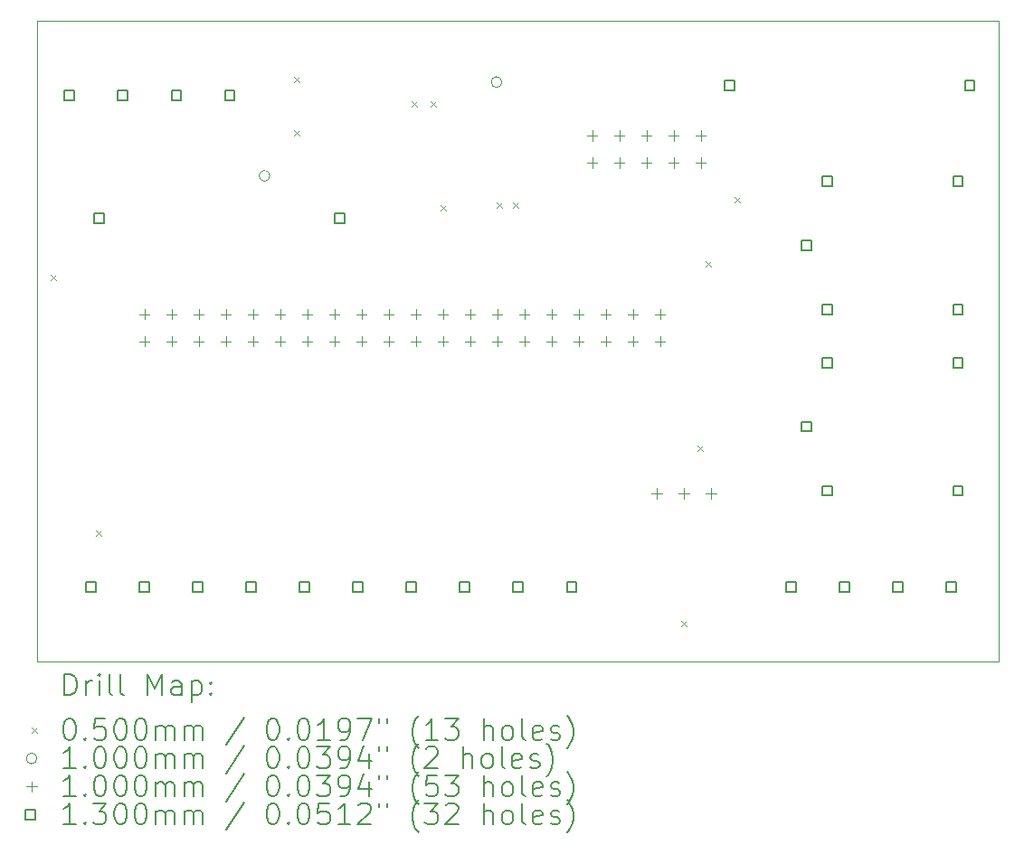
<source format=gbr>
%FSLAX45Y45*%
G04 Gerber Fmt 4.5, Leading zero omitted, Abs format (unit mm)*
G04 Created by KiCad (PCBNEW (6.0.4)) date 2023-03-28 09:37:22*
%MOMM*%
%LPD*%
G01*
G04 APERTURE LIST*
%TA.AperFunction,Profile*%
%ADD10C,0.100000*%
%TD*%
%ADD11C,0.200000*%
%ADD12C,0.050000*%
%ADD13C,0.100000*%
%ADD14C,0.130000*%
G04 APERTURE END LIST*
D10*
X9000000Y-12000000D02*
X9000000Y-6000000D01*
X18000000Y-12000000D02*
X18000000Y-6000000D01*
X18000000Y-12000000D02*
X9000000Y-12000000D01*
X18000000Y-6000000D02*
X9000000Y-6000000D01*
D11*
D12*
X9125000Y-8375000D02*
X9175000Y-8425000D01*
X9175000Y-8375000D02*
X9125000Y-8425000D01*
X9550000Y-10775000D02*
X9600000Y-10825000D01*
X9600000Y-10775000D02*
X9550000Y-10825000D01*
X11400000Y-6525000D02*
X11450000Y-6575000D01*
X11450000Y-6525000D02*
X11400000Y-6575000D01*
X11400000Y-7025000D02*
X11450000Y-7075000D01*
X11450000Y-7025000D02*
X11400000Y-7075000D01*
X12500000Y-6750000D02*
X12550000Y-6800000D01*
X12550000Y-6750000D02*
X12500000Y-6800000D01*
X12677500Y-6755000D02*
X12727500Y-6805000D01*
X12727500Y-6755000D02*
X12677500Y-6805000D01*
X12775000Y-7725000D02*
X12825000Y-7775000D01*
X12825000Y-7725000D02*
X12775000Y-7775000D01*
X13300000Y-7700000D02*
X13350000Y-7750000D01*
X13350000Y-7700000D02*
X13300000Y-7750000D01*
X13450000Y-7700000D02*
X13500000Y-7750000D01*
X13500000Y-7700000D02*
X13450000Y-7750000D01*
X15026250Y-11623750D02*
X15076250Y-11673750D01*
X15076250Y-11623750D02*
X15026250Y-11673750D01*
X15175000Y-9975000D02*
X15225000Y-10025000D01*
X15225000Y-9975000D02*
X15175000Y-10025000D01*
X15250000Y-8250000D02*
X15300000Y-8300000D01*
X15300000Y-8250000D02*
X15250000Y-8300000D01*
X15525000Y-7650000D02*
X15575000Y-7700000D01*
X15575000Y-7650000D02*
X15525000Y-7700000D01*
D13*
X11175000Y-7450000D02*
G75*
G03*
X11175000Y-7450000I-50000J0D01*
G01*
X13346250Y-6571250D02*
G75*
G03*
X13346250Y-6571250I-50000J0D01*
G01*
X10000000Y-8696000D02*
X10000000Y-8796000D01*
X9950000Y-8746000D02*
X10050000Y-8746000D01*
X10000000Y-8950000D02*
X10000000Y-9050000D01*
X9950000Y-9000000D02*
X10050000Y-9000000D01*
X10254000Y-8696000D02*
X10254000Y-8796000D01*
X10204000Y-8746000D02*
X10304000Y-8746000D01*
X10254000Y-8950000D02*
X10254000Y-9050000D01*
X10204000Y-9000000D02*
X10304000Y-9000000D01*
X10508000Y-8696000D02*
X10508000Y-8796000D01*
X10458000Y-8746000D02*
X10558000Y-8746000D01*
X10508000Y-8950000D02*
X10508000Y-9050000D01*
X10458000Y-9000000D02*
X10558000Y-9000000D01*
X10762000Y-8696000D02*
X10762000Y-8796000D01*
X10712000Y-8746000D02*
X10812000Y-8746000D01*
X10762000Y-8950000D02*
X10762000Y-9050000D01*
X10712000Y-9000000D02*
X10812000Y-9000000D01*
X11016000Y-8696000D02*
X11016000Y-8796000D01*
X10966000Y-8746000D02*
X11066000Y-8746000D01*
X11016000Y-8950000D02*
X11016000Y-9050000D01*
X10966000Y-9000000D02*
X11066000Y-9000000D01*
X11270000Y-8696000D02*
X11270000Y-8796000D01*
X11220000Y-8746000D02*
X11320000Y-8746000D01*
X11270000Y-8950000D02*
X11270000Y-9050000D01*
X11220000Y-9000000D02*
X11320000Y-9000000D01*
X11524000Y-8696000D02*
X11524000Y-8796000D01*
X11474000Y-8746000D02*
X11574000Y-8746000D01*
X11524000Y-8950000D02*
X11524000Y-9050000D01*
X11474000Y-9000000D02*
X11574000Y-9000000D01*
X11778000Y-8696000D02*
X11778000Y-8796000D01*
X11728000Y-8746000D02*
X11828000Y-8746000D01*
X11778000Y-8950000D02*
X11778000Y-9050000D01*
X11728000Y-9000000D02*
X11828000Y-9000000D01*
X12032000Y-8696000D02*
X12032000Y-8796000D01*
X11982000Y-8746000D02*
X12082000Y-8746000D01*
X12032000Y-8950000D02*
X12032000Y-9050000D01*
X11982000Y-9000000D02*
X12082000Y-9000000D01*
X12286000Y-8696000D02*
X12286000Y-8796000D01*
X12236000Y-8746000D02*
X12336000Y-8746000D01*
X12286000Y-8950000D02*
X12286000Y-9050000D01*
X12236000Y-9000000D02*
X12336000Y-9000000D01*
X12540000Y-8696000D02*
X12540000Y-8796000D01*
X12490000Y-8746000D02*
X12590000Y-8746000D01*
X12540000Y-8950000D02*
X12540000Y-9050000D01*
X12490000Y-9000000D02*
X12590000Y-9000000D01*
X12794000Y-8696000D02*
X12794000Y-8796000D01*
X12744000Y-8746000D02*
X12844000Y-8746000D01*
X12794000Y-8950000D02*
X12794000Y-9050000D01*
X12744000Y-9000000D02*
X12844000Y-9000000D01*
X13048000Y-8696000D02*
X13048000Y-8796000D01*
X12998000Y-8746000D02*
X13098000Y-8746000D01*
X13048000Y-8950000D02*
X13048000Y-9050000D01*
X12998000Y-9000000D02*
X13098000Y-9000000D01*
X13302000Y-8696000D02*
X13302000Y-8796000D01*
X13252000Y-8746000D02*
X13352000Y-8746000D01*
X13302000Y-8950000D02*
X13302000Y-9050000D01*
X13252000Y-9000000D02*
X13352000Y-9000000D01*
X13556000Y-8696000D02*
X13556000Y-8796000D01*
X13506000Y-8746000D02*
X13606000Y-8746000D01*
X13556000Y-8950000D02*
X13556000Y-9050000D01*
X13506000Y-9000000D02*
X13606000Y-9000000D01*
X13810000Y-8696000D02*
X13810000Y-8796000D01*
X13760000Y-8746000D02*
X13860000Y-8746000D01*
X13810000Y-8950000D02*
X13810000Y-9050000D01*
X13760000Y-9000000D02*
X13860000Y-9000000D01*
X14064000Y-8696000D02*
X14064000Y-8796000D01*
X14014000Y-8746000D02*
X14114000Y-8746000D01*
X14064000Y-8950000D02*
X14064000Y-9050000D01*
X14014000Y-9000000D02*
X14114000Y-9000000D01*
X14191500Y-7022500D02*
X14191500Y-7122500D01*
X14141500Y-7072500D02*
X14241500Y-7072500D01*
X14191500Y-7276500D02*
X14191500Y-7376500D01*
X14141500Y-7326500D02*
X14241500Y-7326500D01*
X14318000Y-8696000D02*
X14318000Y-8796000D01*
X14268000Y-8746000D02*
X14368000Y-8746000D01*
X14318000Y-8950000D02*
X14318000Y-9050000D01*
X14268000Y-9000000D02*
X14368000Y-9000000D01*
X14445500Y-7022500D02*
X14445500Y-7122500D01*
X14395500Y-7072500D02*
X14495500Y-7072500D01*
X14445500Y-7276500D02*
X14445500Y-7376500D01*
X14395500Y-7326500D02*
X14495500Y-7326500D01*
X14572000Y-8696000D02*
X14572000Y-8796000D01*
X14522000Y-8746000D02*
X14622000Y-8746000D01*
X14572000Y-8950000D02*
X14572000Y-9050000D01*
X14522000Y-9000000D02*
X14622000Y-9000000D01*
X14699500Y-7022500D02*
X14699500Y-7122500D01*
X14649500Y-7072500D02*
X14749500Y-7072500D01*
X14699500Y-7276500D02*
X14699500Y-7376500D01*
X14649500Y-7326500D02*
X14749500Y-7326500D01*
X14794500Y-10375000D02*
X14794500Y-10475000D01*
X14744500Y-10425000D02*
X14844500Y-10425000D01*
X14826000Y-8696000D02*
X14826000Y-8796000D01*
X14776000Y-8746000D02*
X14876000Y-8746000D01*
X14826000Y-8950000D02*
X14826000Y-9050000D01*
X14776000Y-9000000D02*
X14876000Y-9000000D01*
X14953500Y-7022500D02*
X14953500Y-7122500D01*
X14903500Y-7072500D02*
X15003500Y-7072500D01*
X14953500Y-7276500D02*
X14953500Y-7376500D01*
X14903500Y-7326500D02*
X15003500Y-7326500D01*
X15048500Y-10375000D02*
X15048500Y-10475000D01*
X14998500Y-10425000D02*
X15098500Y-10425000D01*
X15207500Y-7022500D02*
X15207500Y-7122500D01*
X15157500Y-7072500D02*
X15257500Y-7072500D01*
X15207500Y-7276500D02*
X15207500Y-7376500D01*
X15157500Y-7326500D02*
X15257500Y-7326500D01*
X15302500Y-10375000D02*
X15302500Y-10475000D01*
X15252500Y-10425000D02*
X15352500Y-10425000D01*
D14*
X9345962Y-6745962D02*
X9345962Y-6654038D01*
X9254038Y-6654038D01*
X9254038Y-6745962D01*
X9345962Y-6745962D01*
X9545962Y-11345962D02*
X9545962Y-11254038D01*
X9454038Y-11254038D01*
X9454038Y-11345962D01*
X9545962Y-11345962D01*
X9620962Y-7895962D02*
X9620962Y-7804038D01*
X9529038Y-7804038D01*
X9529038Y-7895962D01*
X9620962Y-7895962D01*
X9845962Y-6745962D02*
X9845962Y-6654038D01*
X9754038Y-6654038D01*
X9754038Y-6745962D01*
X9845962Y-6745962D01*
X10045962Y-11345962D02*
X10045962Y-11254038D01*
X9954038Y-11254038D01*
X9954038Y-11345962D01*
X10045962Y-11345962D01*
X10345962Y-6745962D02*
X10345962Y-6654038D01*
X10254038Y-6654038D01*
X10254038Y-6745962D01*
X10345962Y-6745962D01*
X10545962Y-11345962D02*
X10545962Y-11254038D01*
X10454038Y-11254038D01*
X10454038Y-11345962D01*
X10545962Y-11345962D01*
X10845962Y-6745962D02*
X10845962Y-6654038D01*
X10754038Y-6654038D01*
X10754038Y-6745962D01*
X10845962Y-6745962D01*
X11045962Y-11345962D02*
X11045962Y-11254038D01*
X10954038Y-11254038D01*
X10954038Y-11345962D01*
X11045962Y-11345962D01*
X11545962Y-11345962D02*
X11545962Y-11254038D01*
X11454038Y-11254038D01*
X11454038Y-11345962D01*
X11545962Y-11345962D01*
X11870962Y-7895962D02*
X11870962Y-7804038D01*
X11779038Y-7804038D01*
X11779038Y-7895962D01*
X11870962Y-7895962D01*
X12045962Y-11345962D02*
X12045962Y-11254038D01*
X11954038Y-11254038D01*
X11954038Y-11345962D01*
X12045962Y-11345962D01*
X12545962Y-11345962D02*
X12545962Y-11254038D01*
X12454038Y-11254038D01*
X12454038Y-11345962D01*
X12545962Y-11345962D01*
X13045962Y-11345962D02*
X13045962Y-11254038D01*
X12954038Y-11254038D01*
X12954038Y-11345962D01*
X13045962Y-11345962D01*
X13545962Y-11345962D02*
X13545962Y-11254038D01*
X13454038Y-11254038D01*
X13454038Y-11345962D01*
X13545962Y-11345962D01*
X14045962Y-11345962D02*
X14045962Y-11254038D01*
X13954038Y-11254038D01*
X13954038Y-11345962D01*
X14045962Y-11345962D01*
X15520962Y-6645962D02*
X15520962Y-6554038D01*
X15429038Y-6554038D01*
X15429038Y-6645962D01*
X15520962Y-6645962D01*
X16095962Y-11345962D02*
X16095962Y-11254038D01*
X16004038Y-11254038D01*
X16004038Y-11345962D01*
X16095962Y-11345962D01*
X16240962Y-8145962D02*
X16240962Y-8054038D01*
X16149038Y-8054038D01*
X16149038Y-8145962D01*
X16240962Y-8145962D01*
X16240962Y-9845962D02*
X16240962Y-9754038D01*
X16149038Y-9754038D01*
X16149038Y-9845962D01*
X16240962Y-9845962D01*
X16440962Y-7545962D02*
X16440962Y-7454038D01*
X16349038Y-7454038D01*
X16349038Y-7545962D01*
X16440962Y-7545962D01*
X16440962Y-8745962D02*
X16440962Y-8654038D01*
X16349038Y-8654038D01*
X16349038Y-8745962D01*
X16440962Y-8745962D01*
X16440962Y-9245962D02*
X16440962Y-9154038D01*
X16349038Y-9154038D01*
X16349038Y-9245962D01*
X16440962Y-9245962D01*
X16440962Y-10445962D02*
X16440962Y-10354038D01*
X16349038Y-10354038D01*
X16349038Y-10445962D01*
X16440962Y-10445962D01*
X16595962Y-11345962D02*
X16595962Y-11254038D01*
X16504038Y-11254038D01*
X16504038Y-11345962D01*
X16595962Y-11345962D01*
X17095962Y-11345962D02*
X17095962Y-11254038D01*
X17004038Y-11254038D01*
X17004038Y-11345962D01*
X17095962Y-11345962D01*
X17595962Y-11345962D02*
X17595962Y-11254038D01*
X17504038Y-11254038D01*
X17504038Y-11345962D01*
X17595962Y-11345962D01*
X17660962Y-7545962D02*
X17660962Y-7454038D01*
X17569038Y-7454038D01*
X17569038Y-7545962D01*
X17660962Y-7545962D01*
X17660962Y-8745962D02*
X17660962Y-8654038D01*
X17569038Y-8654038D01*
X17569038Y-8745962D01*
X17660962Y-8745962D01*
X17660962Y-9245962D02*
X17660962Y-9154038D01*
X17569038Y-9154038D01*
X17569038Y-9245962D01*
X17660962Y-9245962D01*
X17660962Y-10445962D02*
X17660962Y-10354038D01*
X17569038Y-10354038D01*
X17569038Y-10445962D01*
X17660962Y-10445962D01*
X17770962Y-6645962D02*
X17770962Y-6554038D01*
X17679038Y-6554038D01*
X17679038Y-6645962D01*
X17770962Y-6645962D01*
D11*
X9252619Y-12315476D02*
X9252619Y-12115476D01*
X9300238Y-12115476D01*
X9328810Y-12125000D01*
X9347857Y-12144048D01*
X9357381Y-12163095D01*
X9366905Y-12201190D01*
X9366905Y-12229762D01*
X9357381Y-12267857D01*
X9347857Y-12286905D01*
X9328810Y-12305952D01*
X9300238Y-12315476D01*
X9252619Y-12315476D01*
X9452619Y-12315476D02*
X9452619Y-12182143D01*
X9452619Y-12220238D02*
X9462143Y-12201190D01*
X9471667Y-12191667D01*
X9490714Y-12182143D01*
X9509762Y-12182143D01*
X9576429Y-12315476D02*
X9576429Y-12182143D01*
X9576429Y-12115476D02*
X9566905Y-12125000D01*
X9576429Y-12134524D01*
X9585952Y-12125000D01*
X9576429Y-12115476D01*
X9576429Y-12134524D01*
X9700238Y-12315476D02*
X9681190Y-12305952D01*
X9671667Y-12286905D01*
X9671667Y-12115476D01*
X9805000Y-12315476D02*
X9785952Y-12305952D01*
X9776429Y-12286905D01*
X9776429Y-12115476D01*
X10033571Y-12315476D02*
X10033571Y-12115476D01*
X10100238Y-12258333D01*
X10166905Y-12115476D01*
X10166905Y-12315476D01*
X10347857Y-12315476D02*
X10347857Y-12210714D01*
X10338333Y-12191667D01*
X10319286Y-12182143D01*
X10281190Y-12182143D01*
X10262143Y-12191667D01*
X10347857Y-12305952D02*
X10328810Y-12315476D01*
X10281190Y-12315476D01*
X10262143Y-12305952D01*
X10252619Y-12286905D01*
X10252619Y-12267857D01*
X10262143Y-12248809D01*
X10281190Y-12239286D01*
X10328810Y-12239286D01*
X10347857Y-12229762D01*
X10443095Y-12182143D02*
X10443095Y-12382143D01*
X10443095Y-12191667D02*
X10462143Y-12182143D01*
X10500238Y-12182143D01*
X10519286Y-12191667D01*
X10528810Y-12201190D01*
X10538333Y-12220238D01*
X10538333Y-12277381D01*
X10528810Y-12296428D01*
X10519286Y-12305952D01*
X10500238Y-12315476D01*
X10462143Y-12315476D01*
X10443095Y-12305952D01*
X10624048Y-12296428D02*
X10633571Y-12305952D01*
X10624048Y-12315476D01*
X10614524Y-12305952D01*
X10624048Y-12296428D01*
X10624048Y-12315476D01*
X10624048Y-12191667D02*
X10633571Y-12201190D01*
X10624048Y-12210714D01*
X10614524Y-12201190D01*
X10624048Y-12191667D01*
X10624048Y-12210714D01*
D12*
X8945000Y-12620000D02*
X8995000Y-12670000D01*
X8995000Y-12620000D02*
X8945000Y-12670000D01*
D11*
X9290714Y-12535476D02*
X9309762Y-12535476D01*
X9328810Y-12545000D01*
X9338333Y-12554524D01*
X9347857Y-12573571D01*
X9357381Y-12611667D01*
X9357381Y-12659286D01*
X9347857Y-12697381D01*
X9338333Y-12716428D01*
X9328810Y-12725952D01*
X9309762Y-12735476D01*
X9290714Y-12735476D01*
X9271667Y-12725952D01*
X9262143Y-12716428D01*
X9252619Y-12697381D01*
X9243095Y-12659286D01*
X9243095Y-12611667D01*
X9252619Y-12573571D01*
X9262143Y-12554524D01*
X9271667Y-12545000D01*
X9290714Y-12535476D01*
X9443095Y-12716428D02*
X9452619Y-12725952D01*
X9443095Y-12735476D01*
X9433571Y-12725952D01*
X9443095Y-12716428D01*
X9443095Y-12735476D01*
X9633571Y-12535476D02*
X9538333Y-12535476D01*
X9528810Y-12630714D01*
X9538333Y-12621190D01*
X9557381Y-12611667D01*
X9605000Y-12611667D01*
X9624048Y-12621190D01*
X9633571Y-12630714D01*
X9643095Y-12649762D01*
X9643095Y-12697381D01*
X9633571Y-12716428D01*
X9624048Y-12725952D01*
X9605000Y-12735476D01*
X9557381Y-12735476D01*
X9538333Y-12725952D01*
X9528810Y-12716428D01*
X9766905Y-12535476D02*
X9785952Y-12535476D01*
X9805000Y-12545000D01*
X9814524Y-12554524D01*
X9824048Y-12573571D01*
X9833571Y-12611667D01*
X9833571Y-12659286D01*
X9824048Y-12697381D01*
X9814524Y-12716428D01*
X9805000Y-12725952D01*
X9785952Y-12735476D01*
X9766905Y-12735476D01*
X9747857Y-12725952D01*
X9738333Y-12716428D01*
X9728810Y-12697381D01*
X9719286Y-12659286D01*
X9719286Y-12611667D01*
X9728810Y-12573571D01*
X9738333Y-12554524D01*
X9747857Y-12545000D01*
X9766905Y-12535476D01*
X9957381Y-12535476D02*
X9976429Y-12535476D01*
X9995476Y-12545000D01*
X10005000Y-12554524D01*
X10014524Y-12573571D01*
X10024048Y-12611667D01*
X10024048Y-12659286D01*
X10014524Y-12697381D01*
X10005000Y-12716428D01*
X9995476Y-12725952D01*
X9976429Y-12735476D01*
X9957381Y-12735476D01*
X9938333Y-12725952D01*
X9928810Y-12716428D01*
X9919286Y-12697381D01*
X9909762Y-12659286D01*
X9909762Y-12611667D01*
X9919286Y-12573571D01*
X9928810Y-12554524D01*
X9938333Y-12545000D01*
X9957381Y-12535476D01*
X10109762Y-12735476D02*
X10109762Y-12602143D01*
X10109762Y-12621190D02*
X10119286Y-12611667D01*
X10138333Y-12602143D01*
X10166905Y-12602143D01*
X10185952Y-12611667D01*
X10195476Y-12630714D01*
X10195476Y-12735476D01*
X10195476Y-12630714D02*
X10205000Y-12611667D01*
X10224048Y-12602143D01*
X10252619Y-12602143D01*
X10271667Y-12611667D01*
X10281190Y-12630714D01*
X10281190Y-12735476D01*
X10376429Y-12735476D02*
X10376429Y-12602143D01*
X10376429Y-12621190D02*
X10385952Y-12611667D01*
X10405000Y-12602143D01*
X10433571Y-12602143D01*
X10452619Y-12611667D01*
X10462143Y-12630714D01*
X10462143Y-12735476D01*
X10462143Y-12630714D02*
X10471667Y-12611667D01*
X10490714Y-12602143D01*
X10519286Y-12602143D01*
X10538333Y-12611667D01*
X10547857Y-12630714D01*
X10547857Y-12735476D01*
X10938333Y-12525952D02*
X10766905Y-12783095D01*
X11195476Y-12535476D02*
X11214524Y-12535476D01*
X11233571Y-12545000D01*
X11243095Y-12554524D01*
X11252619Y-12573571D01*
X11262143Y-12611667D01*
X11262143Y-12659286D01*
X11252619Y-12697381D01*
X11243095Y-12716428D01*
X11233571Y-12725952D01*
X11214524Y-12735476D01*
X11195476Y-12735476D01*
X11176429Y-12725952D01*
X11166905Y-12716428D01*
X11157381Y-12697381D01*
X11147857Y-12659286D01*
X11147857Y-12611667D01*
X11157381Y-12573571D01*
X11166905Y-12554524D01*
X11176429Y-12545000D01*
X11195476Y-12535476D01*
X11347857Y-12716428D02*
X11357381Y-12725952D01*
X11347857Y-12735476D01*
X11338333Y-12725952D01*
X11347857Y-12716428D01*
X11347857Y-12735476D01*
X11481190Y-12535476D02*
X11500238Y-12535476D01*
X11519286Y-12545000D01*
X11528809Y-12554524D01*
X11538333Y-12573571D01*
X11547857Y-12611667D01*
X11547857Y-12659286D01*
X11538333Y-12697381D01*
X11528809Y-12716428D01*
X11519286Y-12725952D01*
X11500238Y-12735476D01*
X11481190Y-12735476D01*
X11462143Y-12725952D01*
X11452619Y-12716428D01*
X11443095Y-12697381D01*
X11433571Y-12659286D01*
X11433571Y-12611667D01*
X11443095Y-12573571D01*
X11452619Y-12554524D01*
X11462143Y-12545000D01*
X11481190Y-12535476D01*
X11738333Y-12735476D02*
X11624048Y-12735476D01*
X11681190Y-12735476D02*
X11681190Y-12535476D01*
X11662143Y-12564048D01*
X11643095Y-12583095D01*
X11624048Y-12592619D01*
X11833571Y-12735476D02*
X11871667Y-12735476D01*
X11890714Y-12725952D01*
X11900238Y-12716428D01*
X11919286Y-12687857D01*
X11928809Y-12649762D01*
X11928809Y-12573571D01*
X11919286Y-12554524D01*
X11909762Y-12545000D01*
X11890714Y-12535476D01*
X11852619Y-12535476D01*
X11833571Y-12545000D01*
X11824048Y-12554524D01*
X11814524Y-12573571D01*
X11814524Y-12621190D01*
X11824048Y-12640238D01*
X11833571Y-12649762D01*
X11852619Y-12659286D01*
X11890714Y-12659286D01*
X11909762Y-12649762D01*
X11919286Y-12640238D01*
X11928809Y-12621190D01*
X11995476Y-12535476D02*
X12128809Y-12535476D01*
X12043095Y-12735476D01*
X12195476Y-12535476D02*
X12195476Y-12573571D01*
X12271667Y-12535476D02*
X12271667Y-12573571D01*
X12566905Y-12811667D02*
X12557381Y-12802143D01*
X12538333Y-12773571D01*
X12528809Y-12754524D01*
X12519286Y-12725952D01*
X12509762Y-12678333D01*
X12509762Y-12640238D01*
X12519286Y-12592619D01*
X12528809Y-12564048D01*
X12538333Y-12545000D01*
X12557381Y-12516428D01*
X12566905Y-12506905D01*
X12747857Y-12735476D02*
X12633571Y-12735476D01*
X12690714Y-12735476D02*
X12690714Y-12535476D01*
X12671667Y-12564048D01*
X12652619Y-12583095D01*
X12633571Y-12592619D01*
X12814524Y-12535476D02*
X12938333Y-12535476D01*
X12871667Y-12611667D01*
X12900238Y-12611667D01*
X12919286Y-12621190D01*
X12928809Y-12630714D01*
X12938333Y-12649762D01*
X12938333Y-12697381D01*
X12928809Y-12716428D01*
X12919286Y-12725952D01*
X12900238Y-12735476D01*
X12843095Y-12735476D01*
X12824048Y-12725952D01*
X12814524Y-12716428D01*
X13176428Y-12735476D02*
X13176428Y-12535476D01*
X13262143Y-12735476D02*
X13262143Y-12630714D01*
X13252619Y-12611667D01*
X13233571Y-12602143D01*
X13205000Y-12602143D01*
X13185952Y-12611667D01*
X13176428Y-12621190D01*
X13385952Y-12735476D02*
X13366905Y-12725952D01*
X13357381Y-12716428D01*
X13347857Y-12697381D01*
X13347857Y-12640238D01*
X13357381Y-12621190D01*
X13366905Y-12611667D01*
X13385952Y-12602143D01*
X13414524Y-12602143D01*
X13433571Y-12611667D01*
X13443095Y-12621190D01*
X13452619Y-12640238D01*
X13452619Y-12697381D01*
X13443095Y-12716428D01*
X13433571Y-12725952D01*
X13414524Y-12735476D01*
X13385952Y-12735476D01*
X13566905Y-12735476D02*
X13547857Y-12725952D01*
X13538333Y-12706905D01*
X13538333Y-12535476D01*
X13719286Y-12725952D02*
X13700238Y-12735476D01*
X13662143Y-12735476D01*
X13643095Y-12725952D01*
X13633571Y-12706905D01*
X13633571Y-12630714D01*
X13643095Y-12611667D01*
X13662143Y-12602143D01*
X13700238Y-12602143D01*
X13719286Y-12611667D01*
X13728809Y-12630714D01*
X13728809Y-12649762D01*
X13633571Y-12668809D01*
X13805000Y-12725952D02*
X13824048Y-12735476D01*
X13862143Y-12735476D01*
X13881190Y-12725952D01*
X13890714Y-12706905D01*
X13890714Y-12697381D01*
X13881190Y-12678333D01*
X13862143Y-12668809D01*
X13833571Y-12668809D01*
X13814524Y-12659286D01*
X13805000Y-12640238D01*
X13805000Y-12630714D01*
X13814524Y-12611667D01*
X13833571Y-12602143D01*
X13862143Y-12602143D01*
X13881190Y-12611667D01*
X13957381Y-12811667D02*
X13966905Y-12802143D01*
X13985952Y-12773571D01*
X13995476Y-12754524D01*
X14005000Y-12725952D01*
X14014524Y-12678333D01*
X14014524Y-12640238D01*
X14005000Y-12592619D01*
X13995476Y-12564048D01*
X13985952Y-12545000D01*
X13966905Y-12516428D01*
X13957381Y-12506905D01*
D13*
X8995000Y-12909000D02*
G75*
G03*
X8995000Y-12909000I-50000J0D01*
G01*
D11*
X9357381Y-12999476D02*
X9243095Y-12999476D01*
X9300238Y-12999476D02*
X9300238Y-12799476D01*
X9281190Y-12828048D01*
X9262143Y-12847095D01*
X9243095Y-12856619D01*
X9443095Y-12980428D02*
X9452619Y-12989952D01*
X9443095Y-12999476D01*
X9433571Y-12989952D01*
X9443095Y-12980428D01*
X9443095Y-12999476D01*
X9576429Y-12799476D02*
X9595476Y-12799476D01*
X9614524Y-12809000D01*
X9624048Y-12818524D01*
X9633571Y-12837571D01*
X9643095Y-12875667D01*
X9643095Y-12923286D01*
X9633571Y-12961381D01*
X9624048Y-12980428D01*
X9614524Y-12989952D01*
X9595476Y-12999476D01*
X9576429Y-12999476D01*
X9557381Y-12989952D01*
X9547857Y-12980428D01*
X9538333Y-12961381D01*
X9528810Y-12923286D01*
X9528810Y-12875667D01*
X9538333Y-12837571D01*
X9547857Y-12818524D01*
X9557381Y-12809000D01*
X9576429Y-12799476D01*
X9766905Y-12799476D02*
X9785952Y-12799476D01*
X9805000Y-12809000D01*
X9814524Y-12818524D01*
X9824048Y-12837571D01*
X9833571Y-12875667D01*
X9833571Y-12923286D01*
X9824048Y-12961381D01*
X9814524Y-12980428D01*
X9805000Y-12989952D01*
X9785952Y-12999476D01*
X9766905Y-12999476D01*
X9747857Y-12989952D01*
X9738333Y-12980428D01*
X9728810Y-12961381D01*
X9719286Y-12923286D01*
X9719286Y-12875667D01*
X9728810Y-12837571D01*
X9738333Y-12818524D01*
X9747857Y-12809000D01*
X9766905Y-12799476D01*
X9957381Y-12799476D02*
X9976429Y-12799476D01*
X9995476Y-12809000D01*
X10005000Y-12818524D01*
X10014524Y-12837571D01*
X10024048Y-12875667D01*
X10024048Y-12923286D01*
X10014524Y-12961381D01*
X10005000Y-12980428D01*
X9995476Y-12989952D01*
X9976429Y-12999476D01*
X9957381Y-12999476D01*
X9938333Y-12989952D01*
X9928810Y-12980428D01*
X9919286Y-12961381D01*
X9909762Y-12923286D01*
X9909762Y-12875667D01*
X9919286Y-12837571D01*
X9928810Y-12818524D01*
X9938333Y-12809000D01*
X9957381Y-12799476D01*
X10109762Y-12999476D02*
X10109762Y-12866143D01*
X10109762Y-12885190D02*
X10119286Y-12875667D01*
X10138333Y-12866143D01*
X10166905Y-12866143D01*
X10185952Y-12875667D01*
X10195476Y-12894714D01*
X10195476Y-12999476D01*
X10195476Y-12894714D02*
X10205000Y-12875667D01*
X10224048Y-12866143D01*
X10252619Y-12866143D01*
X10271667Y-12875667D01*
X10281190Y-12894714D01*
X10281190Y-12999476D01*
X10376429Y-12999476D02*
X10376429Y-12866143D01*
X10376429Y-12885190D02*
X10385952Y-12875667D01*
X10405000Y-12866143D01*
X10433571Y-12866143D01*
X10452619Y-12875667D01*
X10462143Y-12894714D01*
X10462143Y-12999476D01*
X10462143Y-12894714D02*
X10471667Y-12875667D01*
X10490714Y-12866143D01*
X10519286Y-12866143D01*
X10538333Y-12875667D01*
X10547857Y-12894714D01*
X10547857Y-12999476D01*
X10938333Y-12789952D02*
X10766905Y-13047095D01*
X11195476Y-12799476D02*
X11214524Y-12799476D01*
X11233571Y-12809000D01*
X11243095Y-12818524D01*
X11252619Y-12837571D01*
X11262143Y-12875667D01*
X11262143Y-12923286D01*
X11252619Y-12961381D01*
X11243095Y-12980428D01*
X11233571Y-12989952D01*
X11214524Y-12999476D01*
X11195476Y-12999476D01*
X11176429Y-12989952D01*
X11166905Y-12980428D01*
X11157381Y-12961381D01*
X11147857Y-12923286D01*
X11147857Y-12875667D01*
X11157381Y-12837571D01*
X11166905Y-12818524D01*
X11176429Y-12809000D01*
X11195476Y-12799476D01*
X11347857Y-12980428D02*
X11357381Y-12989952D01*
X11347857Y-12999476D01*
X11338333Y-12989952D01*
X11347857Y-12980428D01*
X11347857Y-12999476D01*
X11481190Y-12799476D02*
X11500238Y-12799476D01*
X11519286Y-12809000D01*
X11528809Y-12818524D01*
X11538333Y-12837571D01*
X11547857Y-12875667D01*
X11547857Y-12923286D01*
X11538333Y-12961381D01*
X11528809Y-12980428D01*
X11519286Y-12989952D01*
X11500238Y-12999476D01*
X11481190Y-12999476D01*
X11462143Y-12989952D01*
X11452619Y-12980428D01*
X11443095Y-12961381D01*
X11433571Y-12923286D01*
X11433571Y-12875667D01*
X11443095Y-12837571D01*
X11452619Y-12818524D01*
X11462143Y-12809000D01*
X11481190Y-12799476D01*
X11614524Y-12799476D02*
X11738333Y-12799476D01*
X11671667Y-12875667D01*
X11700238Y-12875667D01*
X11719286Y-12885190D01*
X11728809Y-12894714D01*
X11738333Y-12913762D01*
X11738333Y-12961381D01*
X11728809Y-12980428D01*
X11719286Y-12989952D01*
X11700238Y-12999476D01*
X11643095Y-12999476D01*
X11624048Y-12989952D01*
X11614524Y-12980428D01*
X11833571Y-12999476D02*
X11871667Y-12999476D01*
X11890714Y-12989952D01*
X11900238Y-12980428D01*
X11919286Y-12951857D01*
X11928809Y-12913762D01*
X11928809Y-12837571D01*
X11919286Y-12818524D01*
X11909762Y-12809000D01*
X11890714Y-12799476D01*
X11852619Y-12799476D01*
X11833571Y-12809000D01*
X11824048Y-12818524D01*
X11814524Y-12837571D01*
X11814524Y-12885190D01*
X11824048Y-12904238D01*
X11833571Y-12913762D01*
X11852619Y-12923286D01*
X11890714Y-12923286D01*
X11909762Y-12913762D01*
X11919286Y-12904238D01*
X11928809Y-12885190D01*
X12100238Y-12866143D02*
X12100238Y-12999476D01*
X12052619Y-12789952D02*
X12005000Y-12932809D01*
X12128809Y-12932809D01*
X12195476Y-12799476D02*
X12195476Y-12837571D01*
X12271667Y-12799476D02*
X12271667Y-12837571D01*
X12566905Y-13075667D02*
X12557381Y-13066143D01*
X12538333Y-13037571D01*
X12528809Y-13018524D01*
X12519286Y-12989952D01*
X12509762Y-12942333D01*
X12509762Y-12904238D01*
X12519286Y-12856619D01*
X12528809Y-12828048D01*
X12538333Y-12809000D01*
X12557381Y-12780428D01*
X12566905Y-12770905D01*
X12633571Y-12818524D02*
X12643095Y-12809000D01*
X12662143Y-12799476D01*
X12709762Y-12799476D01*
X12728809Y-12809000D01*
X12738333Y-12818524D01*
X12747857Y-12837571D01*
X12747857Y-12856619D01*
X12738333Y-12885190D01*
X12624048Y-12999476D01*
X12747857Y-12999476D01*
X12985952Y-12999476D02*
X12985952Y-12799476D01*
X13071667Y-12999476D02*
X13071667Y-12894714D01*
X13062143Y-12875667D01*
X13043095Y-12866143D01*
X13014524Y-12866143D01*
X12995476Y-12875667D01*
X12985952Y-12885190D01*
X13195476Y-12999476D02*
X13176428Y-12989952D01*
X13166905Y-12980428D01*
X13157381Y-12961381D01*
X13157381Y-12904238D01*
X13166905Y-12885190D01*
X13176428Y-12875667D01*
X13195476Y-12866143D01*
X13224048Y-12866143D01*
X13243095Y-12875667D01*
X13252619Y-12885190D01*
X13262143Y-12904238D01*
X13262143Y-12961381D01*
X13252619Y-12980428D01*
X13243095Y-12989952D01*
X13224048Y-12999476D01*
X13195476Y-12999476D01*
X13376428Y-12999476D02*
X13357381Y-12989952D01*
X13347857Y-12970905D01*
X13347857Y-12799476D01*
X13528809Y-12989952D02*
X13509762Y-12999476D01*
X13471667Y-12999476D01*
X13452619Y-12989952D01*
X13443095Y-12970905D01*
X13443095Y-12894714D01*
X13452619Y-12875667D01*
X13471667Y-12866143D01*
X13509762Y-12866143D01*
X13528809Y-12875667D01*
X13538333Y-12894714D01*
X13538333Y-12913762D01*
X13443095Y-12932809D01*
X13614524Y-12989952D02*
X13633571Y-12999476D01*
X13671667Y-12999476D01*
X13690714Y-12989952D01*
X13700238Y-12970905D01*
X13700238Y-12961381D01*
X13690714Y-12942333D01*
X13671667Y-12932809D01*
X13643095Y-12932809D01*
X13624048Y-12923286D01*
X13614524Y-12904238D01*
X13614524Y-12894714D01*
X13624048Y-12875667D01*
X13643095Y-12866143D01*
X13671667Y-12866143D01*
X13690714Y-12875667D01*
X13766905Y-13075667D02*
X13776428Y-13066143D01*
X13795476Y-13037571D01*
X13805000Y-13018524D01*
X13814524Y-12989952D01*
X13824048Y-12942333D01*
X13824048Y-12904238D01*
X13814524Y-12856619D01*
X13805000Y-12828048D01*
X13795476Y-12809000D01*
X13776428Y-12780428D01*
X13766905Y-12770905D01*
D13*
X8945000Y-13123000D02*
X8945000Y-13223000D01*
X8895000Y-13173000D02*
X8995000Y-13173000D01*
D11*
X9357381Y-13263476D02*
X9243095Y-13263476D01*
X9300238Y-13263476D02*
X9300238Y-13063476D01*
X9281190Y-13092048D01*
X9262143Y-13111095D01*
X9243095Y-13120619D01*
X9443095Y-13244428D02*
X9452619Y-13253952D01*
X9443095Y-13263476D01*
X9433571Y-13253952D01*
X9443095Y-13244428D01*
X9443095Y-13263476D01*
X9576429Y-13063476D02*
X9595476Y-13063476D01*
X9614524Y-13073000D01*
X9624048Y-13082524D01*
X9633571Y-13101571D01*
X9643095Y-13139667D01*
X9643095Y-13187286D01*
X9633571Y-13225381D01*
X9624048Y-13244428D01*
X9614524Y-13253952D01*
X9595476Y-13263476D01*
X9576429Y-13263476D01*
X9557381Y-13253952D01*
X9547857Y-13244428D01*
X9538333Y-13225381D01*
X9528810Y-13187286D01*
X9528810Y-13139667D01*
X9538333Y-13101571D01*
X9547857Y-13082524D01*
X9557381Y-13073000D01*
X9576429Y-13063476D01*
X9766905Y-13063476D02*
X9785952Y-13063476D01*
X9805000Y-13073000D01*
X9814524Y-13082524D01*
X9824048Y-13101571D01*
X9833571Y-13139667D01*
X9833571Y-13187286D01*
X9824048Y-13225381D01*
X9814524Y-13244428D01*
X9805000Y-13253952D01*
X9785952Y-13263476D01*
X9766905Y-13263476D01*
X9747857Y-13253952D01*
X9738333Y-13244428D01*
X9728810Y-13225381D01*
X9719286Y-13187286D01*
X9719286Y-13139667D01*
X9728810Y-13101571D01*
X9738333Y-13082524D01*
X9747857Y-13073000D01*
X9766905Y-13063476D01*
X9957381Y-13063476D02*
X9976429Y-13063476D01*
X9995476Y-13073000D01*
X10005000Y-13082524D01*
X10014524Y-13101571D01*
X10024048Y-13139667D01*
X10024048Y-13187286D01*
X10014524Y-13225381D01*
X10005000Y-13244428D01*
X9995476Y-13253952D01*
X9976429Y-13263476D01*
X9957381Y-13263476D01*
X9938333Y-13253952D01*
X9928810Y-13244428D01*
X9919286Y-13225381D01*
X9909762Y-13187286D01*
X9909762Y-13139667D01*
X9919286Y-13101571D01*
X9928810Y-13082524D01*
X9938333Y-13073000D01*
X9957381Y-13063476D01*
X10109762Y-13263476D02*
X10109762Y-13130143D01*
X10109762Y-13149190D02*
X10119286Y-13139667D01*
X10138333Y-13130143D01*
X10166905Y-13130143D01*
X10185952Y-13139667D01*
X10195476Y-13158714D01*
X10195476Y-13263476D01*
X10195476Y-13158714D02*
X10205000Y-13139667D01*
X10224048Y-13130143D01*
X10252619Y-13130143D01*
X10271667Y-13139667D01*
X10281190Y-13158714D01*
X10281190Y-13263476D01*
X10376429Y-13263476D02*
X10376429Y-13130143D01*
X10376429Y-13149190D02*
X10385952Y-13139667D01*
X10405000Y-13130143D01*
X10433571Y-13130143D01*
X10452619Y-13139667D01*
X10462143Y-13158714D01*
X10462143Y-13263476D01*
X10462143Y-13158714D02*
X10471667Y-13139667D01*
X10490714Y-13130143D01*
X10519286Y-13130143D01*
X10538333Y-13139667D01*
X10547857Y-13158714D01*
X10547857Y-13263476D01*
X10938333Y-13053952D02*
X10766905Y-13311095D01*
X11195476Y-13063476D02*
X11214524Y-13063476D01*
X11233571Y-13073000D01*
X11243095Y-13082524D01*
X11252619Y-13101571D01*
X11262143Y-13139667D01*
X11262143Y-13187286D01*
X11252619Y-13225381D01*
X11243095Y-13244428D01*
X11233571Y-13253952D01*
X11214524Y-13263476D01*
X11195476Y-13263476D01*
X11176429Y-13253952D01*
X11166905Y-13244428D01*
X11157381Y-13225381D01*
X11147857Y-13187286D01*
X11147857Y-13139667D01*
X11157381Y-13101571D01*
X11166905Y-13082524D01*
X11176429Y-13073000D01*
X11195476Y-13063476D01*
X11347857Y-13244428D02*
X11357381Y-13253952D01*
X11347857Y-13263476D01*
X11338333Y-13253952D01*
X11347857Y-13244428D01*
X11347857Y-13263476D01*
X11481190Y-13063476D02*
X11500238Y-13063476D01*
X11519286Y-13073000D01*
X11528809Y-13082524D01*
X11538333Y-13101571D01*
X11547857Y-13139667D01*
X11547857Y-13187286D01*
X11538333Y-13225381D01*
X11528809Y-13244428D01*
X11519286Y-13253952D01*
X11500238Y-13263476D01*
X11481190Y-13263476D01*
X11462143Y-13253952D01*
X11452619Y-13244428D01*
X11443095Y-13225381D01*
X11433571Y-13187286D01*
X11433571Y-13139667D01*
X11443095Y-13101571D01*
X11452619Y-13082524D01*
X11462143Y-13073000D01*
X11481190Y-13063476D01*
X11614524Y-13063476D02*
X11738333Y-13063476D01*
X11671667Y-13139667D01*
X11700238Y-13139667D01*
X11719286Y-13149190D01*
X11728809Y-13158714D01*
X11738333Y-13177762D01*
X11738333Y-13225381D01*
X11728809Y-13244428D01*
X11719286Y-13253952D01*
X11700238Y-13263476D01*
X11643095Y-13263476D01*
X11624048Y-13253952D01*
X11614524Y-13244428D01*
X11833571Y-13263476D02*
X11871667Y-13263476D01*
X11890714Y-13253952D01*
X11900238Y-13244428D01*
X11919286Y-13215857D01*
X11928809Y-13177762D01*
X11928809Y-13101571D01*
X11919286Y-13082524D01*
X11909762Y-13073000D01*
X11890714Y-13063476D01*
X11852619Y-13063476D01*
X11833571Y-13073000D01*
X11824048Y-13082524D01*
X11814524Y-13101571D01*
X11814524Y-13149190D01*
X11824048Y-13168238D01*
X11833571Y-13177762D01*
X11852619Y-13187286D01*
X11890714Y-13187286D01*
X11909762Y-13177762D01*
X11919286Y-13168238D01*
X11928809Y-13149190D01*
X12100238Y-13130143D02*
X12100238Y-13263476D01*
X12052619Y-13053952D02*
X12005000Y-13196809D01*
X12128809Y-13196809D01*
X12195476Y-13063476D02*
X12195476Y-13101571D01*
X12271667Y-13063476D02*
X12271667Y-13101571D01*
X12566905Y-13339667D02*
X12557381Y-13330143D01*
X12538333Y-13301571D01*
X12528809Y-13282524D01*
X12519286Y-13253952D01*
X12509762Y-13206333D01*
X12509762Y-13168238D01*
X12519286Y-13120619D01*
X12528809Y-13092048D01*
X12538333Y-13073000D01*
X12557381Y-13044428D01*
X12566905Y-13034905D01*
X12738333Y-13063476D02*
X12643095Y-13063476D01*
X12633571Y-13158714D01*
X12643095Y-13149190D01*
X12662143Y-13139667D01*
X12709762Y-13139667D01*
X12728809Y-13149190D01*
X12738333Y-13158714D01*
X12747857Y-13177762D01*
X12747857Y-13225381D01*
X12738333Y-13244428D01*
X12728809Y-13253952D01*
X12709762Y-13263476D01*
X12662143Y-13263476D01*
X12643095Y-13253952D01*
X12633571Y-13244428D01*
X12814524Y-13063476D02*
X12938333Y-13063476D01*
X12871667Y-13139667D01*
X12900238Y-13139667D01*
X12919286Y-13149190D01*
X12928809Y-13158714D01*
X12938333Y-13177762D01*
X12938333Y-13225381D01*
X12928809Y-13244428D01*
X12919286Y-13253952D01*
X12900238Y-13263476D01*
X12843095Y-13263476D01*
X12824048Y-13253952D01*
X12814524Y-13244428D01*
X13176428Y-13263476D02*
X13176428Y-13063476D01*
X13262143Y-13263476D02*
X13262143Y-13158714D01*
X13252619Y-13139667D01*
X13233571Y-13130143D01*
X13205000Y-13130143D01*
X13185952Y-13139667D01*
X13176428Y-13149190D01*
X13385952Y-13263476D02*
X13366905Y-13253952D01*
X13357381Y-13244428D01*
X13347857Y-13225381D01*
X13347857Y-13168238D01*
X13357381Y-13149190D01*
X13366905Y-13139667D01*
X13385952Y-13130143D01*
X13414524Y-13130143D01*
X13433571Y-13139667D01*
X13443095Y-13149190D01*
X13452619Y-13168238D01*
X13452619Y-13225381D01*
X13443095Y-13244428D01*
X13433571Y-13253952D01*
X13414524Y-13263476D01*
X13385952Y-13263476D01*
X13566905Y-13263476D02*
X13547857Y-13253952D01*
X13538333Y-13234905D01*
X13538333Y-13063476D01*
X13719286Y-13253952D02*
X13700238Y-13263476D01*
X13662143Y-13263476D01*
X13643095Y-13253952D01*
X13633571Y-13234905D01*
X13633571Y-13158714D01*
X13643095Y-13139667D01*
X13662143Y-13130143D01*
X13700238Y-13130143D01*
X13719286Y-13139667D01*
X13728809Y-13158714D01*
X13728809Y-13177762D01*
X13633571Y-13196809D01*
X13805000Y-13253952D02*
X13824048Y-13263476D01*
X13862143Y-13263476D01*
X13881190Y-13253952D01*
X13890714Y-13234905D01*
X13890714Y-13225381D01*
X13881190Y-13206333D01*
X13862143Y-13196809D01*
X13833571Y-13196809D01*
X13814524Y-13187286D01*
X13805000Y-13168238D01*
X13805000Y-13158714D01*
X13814524Y-13139667D01*
X13833571Y-13130143D01*
X13862143Y-13130143D01*
X13881190Y-13139667D01*
X13957381Y-13339667D02*
X13966905Y-13330143D01*
X13985952Y-13301571D01*
X13995476Y-13282524D01*
X14005000Y-13253952D01*
X14014524Y-13206333D01*
X14014524Y-13168238D01*
X14005000Y-13120619D01*
X13995476Y-13092048D01*
X13985952Y-13073000D01*
X13966905Y-13044428D01*
X13957381Y-13034905D01*
D14*
X8975962Y-13482962D02*
X8975962Y-13391038D01*
X8884038Y-13391038D01*
X8884038Y-13482962D01*
X8975962Y-13482962D01*
D11*
X9357381Y-13527476D02*
X9243095Y-13527476D01*
X9300238Y-13527476D02*
X9300238Y-13327476D01*
X9281190Y-13356048D01*
X9262143Y-13375095D01*
X9243095Y-13384619D01*
X9443095Y-13508428D02*
X9452619Y-13517952D01*
X9443095Y-13527476D01*
X9433571Y-13517952D01*
X9443095Y-13508428D01*
X9443095Y-13527476D01*
X9519286Y-13327476D02*
X9643095Y-13327476D01*
X9576429Y-13403667D01*
X9605000Y-13403667D01*
X9624048Y-13413190D01*
X9633571Y-13422714D01*
X9643095Y-13441762D01*
X9643095Y-13489381D01*
X9633571Y-13508428D01*
X9624048Y-13517952D01*
X9605000Y-13527476D01*
X9547857Y-13527476D01*
X9528810Y-13517952D01*
X9519286Y-13508428D01*
X9766905Y-13327476D02*
X9785952Y-13327476D01*
X9805000Y-13337000D01*
X9814524Y-13346524D01*
X9824048Y-13365571D01*
X9833571Y-13403667D01*
X9833571Y-13451286D01*
X9824048Y-13489381D01*
X9814524Y-13508428D01*
X9805000Y-13517952D01*
X9785952Y-13527476D01*
X9766905Y-13527476D01*
X9747857Y-13517952D01*
X9738333Y-13508428D01*
X9728810Y-13489381D01*
X9719286Y-13451286D01*
X9719286Y-13403667D01*
X9728810Y-13365571D01*
X9738333Y-13346524D01*
X9747857Y-13337000D01*
X9766905Y-13327476D01*
X9957381Y-13327476D02*
X9976429Y-13327476D01*
X9995476Y-13337000D01*
X10005000Y-13346524D01*
X10014524Y-13365571D01*
X10024048Y-13403667D01*
X10024048Y-13451286D01*
X10014524Y-13489381D01*
X10005000Y-13508428D01*
X9995476Y-13517952D01*
X9976429Y-13527476D01*
X9957381Y-13527476D01*
X9938333Y-13517952D01*
X9928810Y-13508428D01*
X9919286Y-13489381D01*
X9909762Y-13451286D01*
X9909762Y-13403667D01*
X9919286Y-13365571D01*
X9928810Y-13346524D01*
X9938333Y-13337000D01*
X9957381Y-13327476D01*
X10109762Y-13527476D02*
X10109762Y-13394143D01*
X10109762Y-13413190D02*
X10119286Y-13403667D01*
X10138333Y-13394143D01*
X10166905Y-13394143D01*
X10185952Y-13403667D01*
X10195476Y-13422714D01*
X10195476Y-13527476D01*
X10195476Y-13422714D02*
X10205000Y-13403667D01*
X10224048Y-13394143D01*
X10252619Y-13394143D01*
X10271667Y-13403667D01*
X10281190Y-13422714D01*
X10281190Y-13527476D01*
X10376429Y-13527476D02*
X10376429Y-13394143D01*
X10376429Y-13413190D02*
X10385952Y-13403667D01*
X10405000Y-13394143D01*
X10433571Y-13394143D01*
X10452619Y-13403667D01*
X10462143Y-13422714D01*
X10462143Y-13527476D01*
X10462143Y-13422714D02*
X10471667Y-13403667D01*
X10490714Y-13394143D01*
X10519286Y-13394143D01*
X10538333Y-13403667D01*
X10547857Y-13422714D01*
X10547857Y-13527476D01*
X10938333Y-13317952D02*
X10766905Y-13575095D01*
X11195476Y-13327476D02*
X11214524Y-13327476D01*
X11233571Y-13337000D01*
X11243095Y-13346524D01*
X11252619Y-13365571D01*
X11262143Y-13403667D01*
X11262143Y-13451286D01*
X11252619Y-13489381D01*
X11243095Y-13508428D01*
X11233571Y-13517952D01*
X11214524Y-13527476D01*
X11195476Y-13527476D01*
X11176429Y-13517952D01*
X11166905Y-13508428D01*
X11157381Y-13489381D01*
X11147857Y-13451286D01*
X11147857Y-13403667D01*
X11157381Y-13365571D01*
X11166905Y-13346524D01*
X11176429Y-13337000D01*
X11195476Y-13327476D01*
X11347857Y-13508428D02*
X11357381Y-13517952D01*
X11347857Y-13527476D01*
X11338333Y-13517952D01*
X11347857Y-13508428D01*
X11347857Y-13527476D01*
X11481190Y-13327476D02*
X11500238Y-13327476D01*
X11519286Y-13337000D01*
X11528809Y-13346524D01*
X11538333Y-13365571D01*
X11547857Y-13403667D01*
X11547857Y-13451286D01*
X11538333Y-13489381D01*
X11528809Y-13508428D01*
X11519286Y-13517952D01*
X11500238Y-13527476D01*
X11481190Y-13527476D01*
X11462143Y-13517952D01*
X11452619Y-13508428D01*
X11443095Y-13489381D01*
X11433571Y-13451286D01*
X11433571Y-13403667D01*
X11443095Y-13365571D01*
X11452619Y-13346524D01*
X11462143Y-13337000D01*
X11481190Y-13327476D01*
X11728809Y-13327476D02*
X11633571Y-13327476D01*
X11624048Y-13422714D01*
X11633571Y-13413190D01*
X11652619Y-13403667D01*
X11700238Y-13403667D01*
X11719286Y-13413190D01*
X11728809Y-13422714D01*
X11738333Y-13441762D01*
X11738333Y-13489381D01*
X11728809Y-13508428D01*
X11719286Y-13517952D01*
X11700238Y-13527476D01*
X11652619Y-13527476D01*
X11633571Y-13517952D01*
X11624048Y-13508428D01*
X11928809Y-13527476D02*
X11814524Y-13527476D01*
X11871667Y-13527476D02*
X11871667Y-13327476D01*
X11852619Y-13356048D01*
X11833571Y-13375095D01*
X11814524Y-13384619D01*
X12005000Y-13346524D02*
X12014524Y-13337000D01*
X12033571Y-13327476D01*
X12081190Y-13327476D01*
X12100238Y-13337000D01*
X12109762Y-13346524D01*
X12119286Y-13365571D01*
X12119286Y-13384619D01*
X12109762Y-13413190D01*
X11995476Y-13527476D01*
X12119286Y-13527476D01*
X12195476Y-13327476D02*
X12195476Y-13365571D01*
X12271667Y-13327476D02*
X12271667Y-13365571D01*
X12566905Y-13603667D02*
X12557381Y-13594143D01*
X12538333Y-13565571D01*
X12528809Y-13546524D01*
X12519286Y-13517952D01*
X12509762Y-13470333D01*
X12509762Y-13432238D01*
X12519286Y-13384619D01*
X12528809Y-13356048D01*
X12538333Y-13337000D01*
X12557381Y-13308428D01*
X12566905Y-13298905D01*
X12624048Y-13327476D02*
X12747857Y-13327476D01*
X12681190Y-13403667D01*
X12709762Y-13403667D01*
X12728809Y-13413190D01*
X12738333Y-13422714D01*
X12747857Y-13441762D01*
X12747857Y-13489381D01*
X12738333Y-13508428D01*
X12728809Y-13517952D01*
X12709762Y-13527476D01*
X12652619Y-13527476D01*
X12633571Y-13517952D01*
X12624048Y-13508428D01*
X12824048Y-13346524D02*
X12833571Y-13337000D01*
X12852619Y-13327476D01*
X12900238Y-13327476D01*
X12919286Y-13337000D01*
X12928809Y-13346524D01*
X12938333Y-13365571D01*
X12938333Y-13384619D01*
X12928809Y-13413190D01*
X12814524Y-13527476D01*
X12938333Y-13527476D01*
X13176428Y-13527476D02*
X13176428Y-13327476D01*
X13262143Y-13527476D02*
X13262143Y-13422714D01*
X13252619Y-13403667D01*
X13233571Y-13394143D01*
X13205000Y-13394143D01*
X13185952Y-13403667D01*
X13176428Y-13413190D01*
X13385952Y-13527476D02*
X13366905Y-13517952D01*
X13357381Y-13508428D01*
X13347857Y-13489381D01*
X13347857Y-13432238D01*
X13357381Y-13413190D01*
X13366905Y-13403667D01*
X13385952Y-13394143D01*
X13414524Y-13394143D01*
X13433571Y-13403667D01*
X13443095Y-13413190D01*
X13452619Y-13432238D01*
X13452619Y-13489381D01*
X13443095Y-13508428D01*
X13433571Y-13517952D01*
X13414524Y-13527476D01*
X13385952Y-13527476D01*
X13566905Y-13527476D02*
X13547857Y-13517952D01*
X13538333Y-13498905D01*
X13538333Y-13327476D01*
X13719286Y-13517952D02*
X13700238Y-13527476D01*
X13662143Y-13527476D01*
X13643095Y-13517952D01*
X13633571Y-13498905D01*
X13633571Y-13422714D01*
X13643095Y-13403667D01*
X13662143Y-13394143D01*
X13700238Y-13394143D01*
X13719286Y-13403667D01*
X13728809Y-13422714D01*
X13728809Y-13441762D01*
X13633571Y-13460809D01*
X13805000Y-13517952D02*
X13824048Y-13527476D01*
X13862143Y-13527476D01*
X13881190Y-13517952D01*
X13890714Y-13498905D01*
X13890714Y-13489381D01*
X13881190Y-13470333D01*
X13862143Y-13460809D01*
X13833571Y-13460809D01*
X13814524Y-13451286D01*
X13805000Y-13432238D01*
X13805000Y-13422714D01*
X13814524Y-13403667D01*
X13833571Y-13394143D01*
X13862143Y-13394143D01*
X13881190Y-13403667D01*
X13957381Y-13603667D02*
X13966905Y-13594143D01*
X13985952Y-13565571D01*
X13995476Y-13546524D01*
X14005000Y-13517952D01*
X14014524Y-13470333D01*
X14014524Y-13432238D01*
X14005000Y-13384619D01*
X13995476Y-13356048D01*
X13985952Y-13337000D01*
X13966905Y-13308428D01*
X13957381Y-13298905D01*
M02*

</source>
